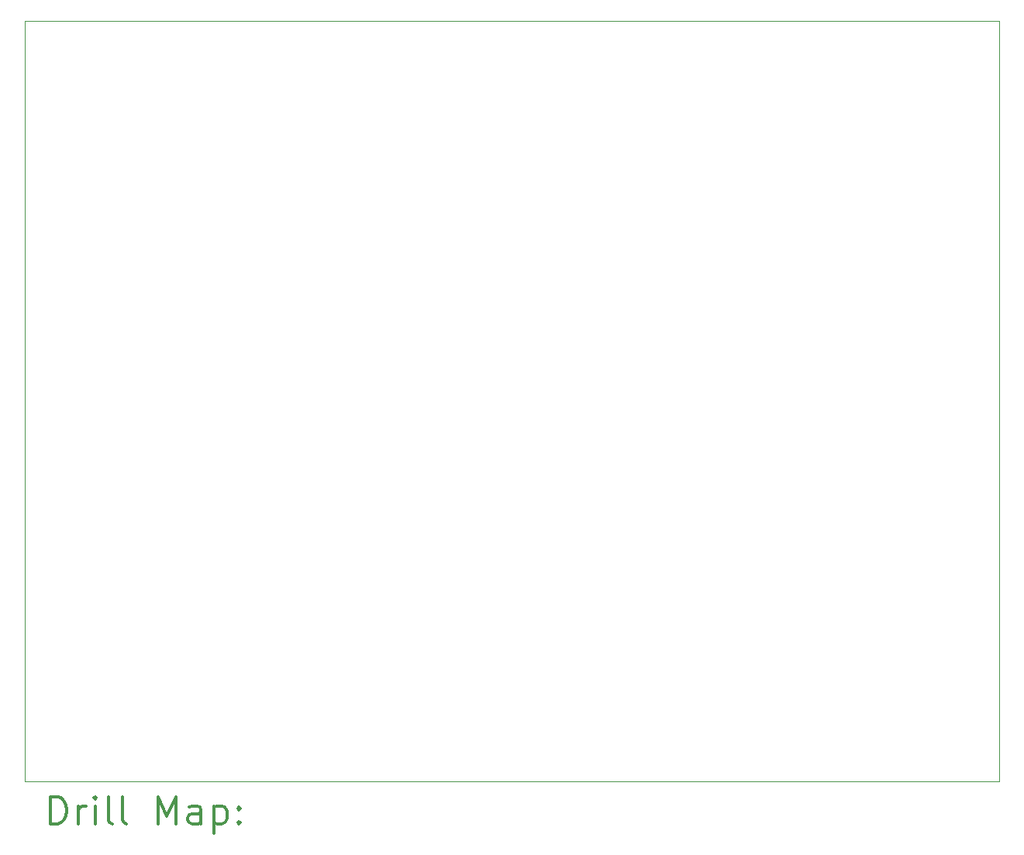
<source format=gbr>
%FSLAX45Y45*%
G04 Gerber Fmt 4.5, Leading zero omitted, Abs format (unit mm)*
G04 Created by KiCad (PCBNEW 5.1.12-84ad8e8a86~92~ubuntu18.04.1) date 2022-02-21 10:52:48*
%MOMM*%
%LPD*%
G01*
G04 APERTURE LIST*
%TA.AperFunction,Profile*%
%ADD10C,0.050000*%
%TD*%
%ADD11C,0.200000*%
%ADD12C,0.300000*%
G04 APERTURE END LIST*
D10*
X57329500Y89885000D02*
X57329500Y98193000D01*
X57329500Y98193000D02*
X67976000Y98193000D01*
X67976000Y89885000D02*
X67976000Y98193000D01*
X57329500Y89885000D02*
X67976000Y89885000D01*
D11*
D12*
X57613428Y89416786D02*
X57613428Y89716786D01*
X57684857Y89716786D01*
X57727714Y89702500D01*
X57756286Y89673928D01*
X57770571Y89645357D01*
X57784857Y89588214D01*
X57784857Y89545357D01*
X57770571Y89488214D01*
X57756286Y89459643D01*
X57727714Y89431071D01*
X57684857Y89416786D01*
X57613428Y89416786D01*
X57913428Y89416786D02*
X57913428Y89616786D01*
X57913428Y89559643D02*
X57927714Y89588214D01*
X57942000Y89602500D01*
X57970571Y89616786D01*
X57999143Y89616786D01*
X58099143Y89416786D02*
X58099143Y89616786D01*
X58099143Y89716786D02*
X58084857Y89702500D01*
X58099143Y89688214D01*
X58113428Y89702500D01*
X58099143Y89716786D01*
X58099143Y89688214D01*
X58284857Y89416786D02*
X58256286Y89431071D01*
X58242000Y89459643D01*
X58242000Y89716786D01*
X58442000Y89416786D02*
X58413428Y89431071D01*
X58399143Y89459643D01*
X58399143Y89716786D01*
X58784857Y89416786D02*
X58784857Y89716786D01*
X58884857Y89502500D01*
X58984857Y89716786D01*
X58984857Y89416786D01*
X59256286Y89416786D02*
X59256286Y89573928D01*
X59242000Y89602500D01*
X59213428Y89616786D01*
X59156286Y89616786D01*
X59127714Y89602500D01*
X59256286Y89431071D02*
X59227714Y89416786D01*
X59156286Y89416786D01*
X59127714Y89431071D01*
X59113428Y89459643D01*
X59113428Y89488214D01*
X59127714Y89516786D01*
X59156286Y89531071D01*
X59227714Y89531071D01*
X59256286Y89545357D01*
X59399143Y89616786D02*
X59399143Y89316786D01*
X59399143Y89602500D02*
X59427714Y89616786D01*
X59484857Y89616786D01*
X59513428Y89602500D01*
X59527714Y89588214D01*
X59542000Y89559643D01*
X59542000Y89473928D01*
X59527714Y89445357D01*
X59513428Y89431071D01*
X59484857Y89416786D01*
X59427714Y89416786D01*
X59399143Y89431071D01*
X59670571Y89445357D02*
X59684857Y89431071D01*
X59670571Y89416786D01*
X59656286Y89431071D01*
X59670571Y89445357D01*
X59670571Y89416786D01*
X59670571Y89602500D02*
X59684857Y89588214D01*
X59670571Y89573928D01*
X59656286Y89588214D01*
X59670571Y89602500D01*
X59670571Y89573928D01*
M02*

</source>
